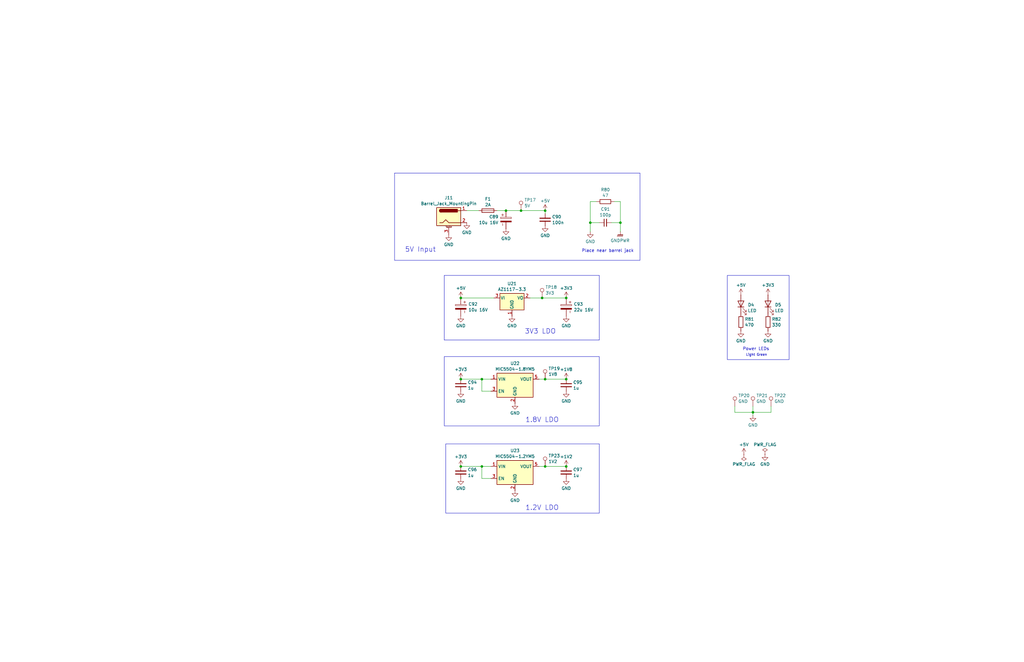
<source format=kicad_sch>
(kicad_sch (version 20231120) (generator "eeschema") (generator_version "8.0")
  (paper "B")
  (title_block (title "Camera Testing Board") (date "2024-10-19") (rev "1") (comment 1 "E. Eidt"))
  (lib_symbols
    (symbol "Connector:Barrel_Jack_MountingPin" (pin_names hide)
      (property "Reference" "J" (at 0 5.334 0))
      (property "Value" "Barrel_Jack_MountingPin" (at 1.27 -6.35 0))
      (symbol "Barrel_Jack_MountingPin_0_1"
        (rectangle (start -5.08 3.81) (end 5.08 -3.81) (stroke (width 0.254)) (fill (type background)))
        (arc (start -3.302 3.175) (mid -3.9343 2.54) (end -3.302 1.905) (stroke (width 0.254)))
        (arc (start -3.302 3.175) (mid -3.9343 2.54) (end -3.302 1.905) (stroke (width 0.254)) (fill (type outline)))
        (polyline (pts (xy 5.08 2.54) (xy 3.81 2.54)) (stroke (width 0.254)))
        (polyline (pts (xy -3.81 -2.54) (xy -2.54 -2.54) (xy -1.27 -1.27) (xy 0 -2.54) (xy 2.54 -2.54) (xy 5.08 -2.54)) (stroke (width 0.254)))
        (rectangle (start 3.683 3.175) (end -3.302 1.905) (stroke (width 0.254)) (fill (type outline)))
      )
      (symbol "Barrel_Jack_MountingPin_1_1"
        (polyline (pts (xy -1.016 -4.572) (xy 1.016 -4.572)) (stroke (width 0.1524)))
        (text "Mounting" (at 0 -4.191 0) (effects (font (size 0.381 0.381))))
        (pin passive line (at 7.62 2.54 180) (length 2.54) (name "~") (number "1"))
        (pin passive line (at 7.62 -2.54 180) (length 2.54) (name "~") (number "2"))
        (pin passive line (at 0 -7.62 90) (length 3.048) (name "MountPin") (number "3"))
      )
    )
    (symbol "Connector:TestPoint" (pin_numbers hide) (pin_names (offset 0.762) hide)
      (property "Reference" "TP" (at 0 6.858 0))
      (property "Value" "TestPoint" (at 0 5.08 0))
      (symbol "TestPoint_0_1"
        (circle (center 0 3.302) (radius 0.762))
      )
      (symbol "TestPoint_1_1"
        (pin passive line (at 0 0 90) (length 2.54) (name "1") (number "1"))
      )
    )
    (symbol "Device:C_Small" (pin_numbers hide) (pin_names (offset 0.254) hide)
      (property "Reference" "C" (at 0.254 1.778 0))
      (property "Value" "C_Small" (at 0.254 -2.032 0))
      (symbol "C_Small_0_1"
        (polyline (pts (xy -1.524 -0.508) (xy 1.524 -0.508)) (stroke (width 0.3302)))
        (polyline (pts (xy -1.524 0.508) (xy 1.524 0.508)) (stroke (width 0.3048)))
      )
      (symbol "C_Small_1_1"
        (pin passive line (at 0 2.54 270) (length 2.032) (name "~") (number "1"))
        (pin passive line (at 0 -2.54 90) (length 2.032) (name "~") (number "2"))
      )
    )
    (symbol "Device:Fuse" (pin_numbers hide) (pin_names (offset 0))
      (property "Reference" "F" (at 2.032 0 90))
      (property "Value" "Fuse" (at -1.905 0 90))
      (symbol "Fuse_0_1"
        (rectangle (start -0.762 -2.54) (end 0.762 2.54) (stroke (width 0.254)))
        (polyline (pts (xy 0 2.54) (xy 0 -2.54)))
      )
      (symbol "Fuse_1_1"
        (pin passive line (at 0 3.81 270) (length 1.27) (name "~") (number "1"))
        (pin passive line (at 0 -3.81 90) (length 1.27) (name "~") (number "2"))
      )
    )
    (symbol "Device:LED" (pin_numbers hide) (pin_names (offset 1.016) hide)
      (property "Reference" "D" (at 0 2.54 0))
      (property "Value" "LED" (at 0 -2.54 0))
      (symbol "LED_0_1"
        (polyline (pts (xy -1.27 -1.27) (xy -1.27 1.27)) (stroke (width 0.254)))
        (polyline (pts (xy -1.27 0) (xy 1.27 0)))
        (polyline (pts (xy 1.27 -1.27) (xy 1.27 1.27) (xy -1.27 0) (xy 1.27 -1.27)) (stroke (width 0.254)))
        (polyline (pts (xy -3.048 -0.762) (xy -4.572 -2.286) (xy -3.81 -2.286) (xy -4.572 -2.286) (xy -4.572 -1.524)))
        (polyline (pts (xy -1.778 -0.762) (xy -3.302 -2.286) (xy -2.54 -2.286) (xy -3.302 -2.286) (xy -3.302 -1.524)))
      )
      (symbol "LED_1_1"
        (pin passive line (at -3.81 0 0) (length 2.54) (name "K") (number "1"))
        (pin passive line (at 3.81 0 180) (length 2.54) (name "A") (number "2"))
      )
    )
    (symbol "PCM_SL_Capacitors:100nF_Ceramic"
      (property "Reference" "C" (at 0 6.35 0))
      (property "Value" "100nF_Ceramic" (at 0 3.81 0))
      (symbol "100nF_Ceramic_0_1"
        (rectangle (start -0.762 2.286) (end -0.508 -2.286) (fill (type outline)))
        (rectangle (start 0.508 2.286) (end 0.762 -2.286) (fill (type outline)))
      )
      (symbol "100nF_Ceramic_1_1"
        (pin passive line (at -2.54 0 0) (length 2) (name "~") (number "1"))
        (pin input line (at 2.54 0 180) (length 2) (name "~") (number "2"))
      )
    )
    (symbol "PCM_SL_Capacitors:10uF_16V"
      (property "Reference" "C" (at 0 7.62 0))
      (property "Value" "10uF_16V" (at 0 5.08 0))
      (symbol "10uF_16V_0_0"
        (text "+" (at -2.032 1.524 0) (effects (font (size 1.27 1.27))))
        (text "-" (at 2.032 1.524 0) (effects (font (size 1.27 1.27))))
      )
      (symbol "10uF_16V_0_1"
        (rectangle (start -1.016 -2.286) (end -0.508 2.286))
        (rectangle (start 0.508 -2.286) (end 1.016 2.286) (fill (type outline)))
      )
      (symbol "10uF_16V_1_1"
        (pin passive line (at -3.81 0 0) (length 2.7) (name "~") (number "1"))
        (pin input line (at 3.81 0 180) (length 2.7) (name "~") (number "2"))
      )
    )
    (symbol "PCM_SL_Capacitors:22uF_16V"
      (property "Reference" "C" (at 0 7.62 0))
      (property "Value" "22uF_16V" (at 0 5.08 0))
      (symbol "22uF_16V_0_0"
        (text "+" (at -2.032 1.524 0) (effects (font (size 1.27 1.27))))
        (text "-" (at 2.032 1.524 0) (effects (font (size 1.27 1.27))))
      )
      (symbol "22uF_16V_0_1"
        (rectangle (start -1.016 -2.286) (end -0.508 2.286))
        (rectangle (start 0.508 -2.286) (end 1.016 2.286) (fill (type outline)))
      )
      (symbol "22uF_16V_1_1"
        (pin passive line (at -3.81 0 0) (length 2.7) (name "~") (number "1"))
        (pin input line (at 3.81 0 180) (length 2.7) (name "~") (number "2"))
      )
    )
    (symbol "PCM_SL_Devices:Capacitor_NP"
      (property "Reference" "C" (at 0 6.35 0))
      (property "Value" "Capacitor_NP" (at 0 3.81 0))
      (symbol "Capacitor_NP_0_1"
        (rectangle (start -0.762 2.286) (end -0.508 -2.286) (fill (type outline)))
        (rectangle (start 0.508 2.286) (end 0.762 -2.286) (fill (type outline)))
      )
      (symbol "Capacitor_NP_1_1"
        (pin passive line (at -2.54 0 0) (length 2) (name "~") (number "1"))
        (pin input line (at 2.54 0 180) (length 2) (name "~") (number "2"))
      )
    )
    (symbol "PCM_SL_Resistors:330ohm"
      (property "Reference" "R" (at 0 5.08 0))
      (property "Value" "330ohm" (at 0 2.54 0))
      (symbol "330ohm_0_1"
        (rectangle (start -2.286 0.889) (end 2.286 -0.889) (stroke (width 0.24)))
      )
      (symbol "330ohm_1_1"
        (pin passive line (at -3.81 0 0) (length 1.5) (name "") (number "1"))
        (pin passive line (at 3.81 0 180) (length 1.5) (name "~") (number "2"))
      )
    )
    (symbol "PCM_SL_Resistors:470k"
      (property "Reference" "R" (at 0 5.08 0))
      (property "Value" "470k" (at 0 2.54 0))
      (symbol "470k_0_1"
        (rectangle (start -2.286 0.889) (end 2.286 -0.889) (stroke (width 0.24)))
      )
      (symbol "470k_1_1"
        (pin passive line (at -3.81 0 0) (length 1.5) (name "") (number "1"))
        (pin passive line (at 3.81 0 180) (length 1.5) (name "~") (number "2"))
      )
    )
    (symbol "PCM_SL_Resistors:470ohm"
      (property "Reference" "R" (at 0 5.08 0))
      (property "Value" "470ohm" (at 0 2.54 0))
      (symbol "470ohm_0_1"
        (rectangle (start -2.286 0.889) (end 2.286 -0.889) (stroke (width 0.24)))
      )
      (symbol "470ohm_1_1"
        (pin passive line (at -3.81 0 0) (length 1.5) (name "") (number "1"))
        (pin passive line (at 3.81 0 180) (length 1.5) (name "~") (number "2"))
      )
    )
    (symbol "Regulator_Linear:AZ1117-3.3" (pin_names (offset 0.254))
      (property "Reference" "U" (at -3.81 3.175 0))
      (property "Value" "AZ1117-3.3" (at 0 3.175 0))
      (symbol "AZ1117-3.3_0_1"
        (rectangle (start -5.08 1.905) (end 5.08 -5.08) (stroke (width 0.254)) (fill (type background)))
      )
      (symbol "AZ1117-3.3_1_1"
        (pin power_in line (at 0 -7.62 90) (length 2.54) (name "GND") (number "1"))
        (pin power_out line (at 7.62 0 180) (length 2.54) (name "VO") (number "2"))
        (pin power_in line (at -7.62 0 0) (length 2.54) (name "VI") (number "3"))
      )
    )
    (symbol "Regulator_Linear:MIC5504-1.2YM5"
      (property "Reference" "U" (at -7.62 8.89 0))
      (property "Value" "MIC5504-1.2YM5" (at -7.62 6.35 0))
      (symbol "MIC5504-1.2YM5_0_1"
        (rectangle (start -7.62 -5.08) (end 7.62 5.08) (stroke (width 0.254)) (fill (type background)))
      )
      (symbol "MIC5504-1.2YM5_1_1"
        (pin power_in line (at -10.16 2.54 0) (length 2.54) (name "VIN") (number "1"))
        (pin power_in line (at 0 -7.62 90) (length 2.54) (name "GND") (number "2"))
        (pin input line (at -10.16 -2.54 0) (length 2.54) (name "EN") (number "3"))
        (pin no_connect line (at 7.62 -2.54 180) (length 2.54) hide (name "NC") (number "4"))
        (pin power_out line (at 10.16 2.54 180) (length 2.54) (name "VOUT") (number "5"))
      )
    )
    (symbol "Regulator_Linear:MIC5504-1.8YM5"
      (property "Reference" "U" (at -7.62 8.89 0))
      (property "Value" "MIC5504-1.8YM5" (at -7.62 6.35 0))
      (symbol "MIC5504-1.8YM5_0_1"
        (rectangle (start -7.62 -5.08) (end 7.62 5.08) (stroke (width 0.254)) (fill (type background)))
      )
      (symbol "MIC5504-1.8YM5_1_1"
        (pin power_in line (at -10.16 2.54 0) (length 2.54) (name "VIN") (number "1"))
        (pin power_in line (at 0 -7.62 90) (length 2.54) (name "GND") (number "2"))
        (pin input line (at -10.16 -2.54 0) (length 2.54) (name "EN") (number "3"))
        (pin no_connect line (at 7.62 -2.54 180) (length 2.54) hide (name "NC") (number "4"))
        (pin power_out line (at 10.16 2.54 180) (length 2.54) (name "VOUT") (number "5"))
      )
    )
    (symbol "power:+1V2" (power) (pin_numbers hide) (pin_names (offset 0) hide)
      (property "Value" "+1V2" (at 0 3.556 0))
      (symbol "+1V2_0_1"
        (polyline (pts (xy -0.762 1.27) (xy 0 2.54)))
        (polyline (pts (xy 0 0) (xy 0 2.54)))
        (polyline (pts (xy 0 2.54) (xy 0.762 1.27)))
      )
      (symbol "+1V2_1_1"
        (pin power_in line (at 0 0 90) (length 0) (name "~") (number "1"))
      )
    )
    (symbol "power:+1V8" (power) (pin_numbers hide) (pin_names (offset 0) hide)
      (property "Value" "+1V8" (at 0 3.556 0))
      (symbol "+1V8_0_1"
        (polyline (pts (xy -0.762 1.27) (xy 0 2.54)))
        (polyline (pts (xy 0 0) (xy 0 2.54)))
        (polyline (pts (xy 0 2.54) (xy 0.762 1.27)))
      )
      (symbol "+1V8_1_1"
        (pin power_in line (at 0 0 90) (length 0) (name "~") (number "1"))
      )
    )
    (symbol "power:+3V3" (power) (pin_numbers hide) (pin_names (offset 0) hide)
      (property "Value" "+3V3" (at 0 3.556 0))
      (symbol "+3V3_0_1"
        (polyline (pts (xy -0.762 1.27) (xy 0 2.54)))
        (polyline (pts (xy 0 0) (xy 0 2.54)))
        (polyline (pts (xy 0 2.54) (xy 0.762 1.27)))
      )
      (symbol "+3V3_1_1"
        (pin power_in line (at 0 0 90) (length 0) (name "~") (number "1"))
      )
    )
    (symbol "power:+5V" (power) (pin_numbers hide) (pin_names (offset 0) hide)
      (property "Value" "+5V" (at 0 3.556 0))
      (symbol "+5V_0_1"
        (polyline (pts (xy -0.762 1.27) (xy 0 2.54)))
        (polyline (pts (xy 0 0) (xy 0 2.54)))
        (polyline (pts (xy 0 2.54) (xy 0.762 1.27)))
      )
      (symbol "+5V_1_1"
        (pin power_in line (at 0 0 90) (length 0) (name "~") (number "1"))
      )
    )
    (symbol "power:GND" (power) (pin_numbers hide) (pin_names (offset 0) hide)
      (property "Value" "GND" (at 0 -3.81 0))
      (symbol "GND_0_1"
        (polyline (pts (xy 0 0) (xy 0 -1.27) (xy 1.27 -1.27) (xy 0 -2.54) (xy -1.27 -1.27) (xy 0 -1.27)))
      )
      (symbol "GND_1_1"
        (pin power_in line (at 0 0 270) (length 0) (name "~") (number "1"))
      )
    )
    (symbol "power:GNDPWR" (power) (pin_numbers hide) (pin_names (offset 0) hide)
      (property "Value" "GNDPWR" (at 0 -3.302 0))
      (symbol "GNDPWR_0_1"
        (polyline (pts (xy 0 -1.27) (xy 0 0)))
        (polyline (pts (xy -1.016 -1.27) (xy -1.27 -2.032) (xy -1.27 -2.032)) (stroke (width 0.2032)))
        (polyline (pts (xy -0.508 -1.27) (xy -0.762 -2.032) (xy -0.762 -2.032)) (stroke (width 0.2032)))
        (polyline (pts (xy 0 -1.27) (xy -0.254 -2.032) (xy -0.254 -2.032)) (stroke (width 0.2032)))
        (polyline (pts (xy 0.508 -1.27) (xy 0.254 -2.032) (xy 0.254 -2.032)) (stroke (width 0.2032)))
        (polyline (pts (xy 1.016 -1.27) (xy -1.016 -1.27) (xy -1.016 -1.27)) (stroke (width 0.2032)))
        (polyline (pts (xy 1.016 -1.27) (xy 0.762 -2.032) (xy 0.762 -2.032) (xy 0.762 -2.032)) (stroke (width 0.2032)))
      )
      (symbol "GNDPWR_1_1"
        (pin power_in line (at 0 0 270) (length 0) (name "~") (number "1"))
      )
    )
    (symbol "power:PWR_FLAG" (power) (pin_numbers hide) (pin_names (offset 0) hide)
      (property "Value" "PWR_FLAG" (at 0 3.81 0))
      (symbol "PWR_FLAG_0_0"
        (pin power_out line (at 0 0 90) (length 0) (name "~") (number "1"))
      )
      (symbol "PWR_FLAG_0_1"
        (polyline (pts (xy 0 0) (xy 0 1.27) (xy -1.016 1.905) (xy 0 2.54) (xy 1.016 1.905) (xy 0 1.27)))
      )
    )
  )
  (junction (at 238.76 196.85))
  (junction (at 229.87 88.9))
  (junction (at 238.76 125.73))
  (junction (at 194.31 125.73))
  (junction (at 228.6 125.73))
  (junction (at 261.62 93.98))
  (junction (at 194.31 196.85))
  (junction (at 229.87 160.02))
  (junction (at 317.5 173.99))
  (junction (at 248.92 93.98))
  (junction (at 203.2 196.85))
  (junction (at 203.2 160.02))
  (junction (at 219.71 88.9))
  (junction (at 238.76 160.02))
  (junction (at 213.36 88.9))
  (junction (at 229.87 196.85))
  (junction (at 194.31 160.02))
  (wire (pts (xy 203.2 165.1) (xy 203.2 160.02)))
  (wire (pts (xy 227.33 196.85) (xy 229.87 196.85)))
  (wire (pts (xy 248.92 93.98) (xy 248.92 97.79)))
  (wire (pts (xy 317.5 173.99) (xy 325.12 173.99)))
  (wire (pts (xy 229.87 88.9) (xy 229.87 90.17)))
  (wire (pts (xy 223.52 125.73) (xy 228.6 125.73)))
  (wire (pts (xy 203.2 196.85) (xy 207.01 196.85)))
  (wire (pts (xy 194.31 125.73) (xy 208.28 125.73)))
  (wire (pts (xy 194.31 196.85) (xy 203.2 196.85)))
  (wire (pts (xy 203.2 160.02) (xy 207.01 160.02)))
  (wire (pts (xy 317.5 171.45) (xy 317.5 173.99)))
  (wire (pts (xy 196.85 88.9) (xy 201.93 88.9)))
  (wire (pts (xy 248.92 85.09) (xy 248.92 93.98)))
  (wire (pts (xy 317.5 175.26) (xy 317.5 173.99)))
  (wire (pts (xy 251.46 85.09) (xy 248.92 85.09)))
  (wire (pts (xy 219.71 88.9) (xy 229.87 88.9)))
  (wire (pts (xy 209.55 88.9) (xy 213.36 88.9)))
  (wire (pts (xy 207.01 201.93) (xy 203.2 201.93)))
  (wire (pts (xy 257.81 93.98) (xy 261.62 93.98)))
  (wire (pts (xy 228.6 125.73) (xy 238.76 125.73)))
  (wire (pts (xy 261.62 93.98) (xy 261.62 85.09)))
  (wire (pts (xy 248.92 93.98) (xy 252.73 93.98)))
  (wire (pts (xy 203.2 201.93) (xy 203.2 196.85)))
  (wire (pts (xy 309.88 171.45) (xy 309.88 173.99)))
  (wire (pts (xy 207.01 165.1) (xy 203.2 165.1)))
  (wire (pts (xy 325.12 173.99) (xy 325.12 171.45)))
  (wire (pts (xy 194.31 160.02) (xy 203.2 160.02)))
  (wire (pts (xy 229.87 160.02) (xy 238.76 160.02)))
  (wire (pts (xy 309.88 173.99) (xy 317.5 173.99)))
  (wire (pts (xy 261.62 85.09) (xy 259.08 85.09)))
  (wire (pts (xy 229.87 196.85) (xy 238.76 196.85)))
  (wire (pts (xy 213.36 88.9) (xy 219.71 88.9)))
  (wire (pts (xy 227.33 160.02) (xy 229.87 160.02)))
  (wire (pts (xy 261.62 97.79) (xy 261.62 93.98)))
  (rectangle (start 187.96 187.325) (end 252.73 216.535))
  (rectangle (start 187.325 116.205) (end 252.73 143.51))
  (rectangle (start 166.37 73.025) (end 269.875 109.855))
  (rectangle (start 306.705 116.205) (end 332.74 151.765))
  (rectangle (start 187.325 150.495) (end 252.73 179.705))
  (text "Place near barrel jack" (at 256.286 105.918 0) (effects (font (size 1.27 1.27))))
  (text "1.8V LDO" (at 228.6 177.292 0) (effects (font (size 2.032 2.032))))
  (text "1.2V LDO" (at 228.6 214.376 0) (effects (font (size 2.032 2.032))))
  (text "Power LEDs" (at 318.77 147.32 0) (effects (font (size 1.27 1.27))))
  (text "3V3 LDO" (at 227.838 139.954 0) (effects (font (size 2.032 2.032))))
  (text "Light Green" (at 319.024 149.86 0) (effects (font (size 1.016 1.016))))
  (text "5V Input" (at 177.292 105.41 0) (effects (font (size 2.032 2.032))))
  (symbol (lib_id "PCM_SL_Devices:Capacitor_NP") (at 238.76 199.39 90) (unit 1)
    (property "Reference" "C97" (at 241.681 198.1778 90) (effects (justify right)))
    (property "Value" "1u" (at 241.681 200.6021 90) (effects (justify right)))
    (property "Footprint" "Capacitor_SMD:C_0603_1608Metric" (effects (hide yes)))
    (property "Description" "Unpolarized Capacitor" (effects (hide yes)))
  )
  (symbol (lib_id "Device:LED") (at 312.42 128.27 90) (unit 1)
    (property "Reference" "D4" (at 315.341 128.6453 90) (effects (justify right)))
    (property "Value" "LED" (at 315.341 131.0696 90) (effects (justify right)))
    (property "Footprint" "LED_SMD:LED_0603_1608Metric" (effects (hide yes)))
    (property "Description" "Light emitting diode" (effects (hide yes)))
  )
  (symbol (lib_id "power:+5V") (at 194.31 125.73 0) (unit 1)
    (property "Reference" "#PWR0196" (effects (hide yes)))
    (property "Value" "+5V" (at 194.31 121.5969 0))
    (property "Description" "Power symbol creates a global label with name \"+5V\"" (effects (hide yes)))
  )
  (symbol (lib_id "power:GND") (at 238.76 201.93 0) (unit 1)
    (property "Reference" "#PWR0214" (effects (hide yes)))
    (property "Value" "GND" (at 238.76 206.0631 0))
    (property "Description" "Power symbol creates a global label with name \"GND\" , ground" (effects (hide yes)))
  )
  (symbol (lib_id "Regulator_Linear:MIC5504-1.2YM5") (at 217.17 199.39 0) (unit 1)
    (property "Reference" "U23" (at 217.17 190.1655 0))
    (property "Value" "MIC5504-1.2YM5" (at 217.17 192.5898 0))
    (property "Footprint" "Package_TO_SOT_SMD:SOT-23-5" (effects (hide yes)))
    (property "Datasheet" "http://ww1.microchip.com/downloads/en/DeviceDoc/MIC550X.pdf" (effects (hide yes)))
    (property "Description" "300mA Low-dropout Voltage Regulator, Vout 1.2V, Vin up to 5.5V, SOT-23" (effects (hide yes)))
  )
  (symbol (lib_id "power:+1V8") (at 238.76 160.02 0) (unit 1)
    (property "Reference" "#PWR0204" (effects (hide yes)))
    (property "Value" "+1V8" (at 238.76 155.8869 0))
    (property "Description" "Power symbol creates a global label with name \"+1V8\"" (effects (hide yes)))
  )
  (symbol (lib_id "PCM_SL_Resistors:330ohm") (at 323.85 135.89 90) (unit 1)
    (property "Reference" "R82" (at 325.494 134.6778 90) (effects (justify right)))
    (property "Value" "330" (at 325.494 137.1021 90) (effects (justify right)))
    (property "Footprint" "Resistor_SMD:R_0603_1608Metric" (effects (hide yes)))
    (property "Description" "330Ω, 1/4W Resistor" (effects (hide yes)))
  )
  (symbol (lib_id "power:GND") (at 217.17 170.18 0) (unit 1)
    (property "Reference" "#PWR0207" (effects (hide yes)))
    (property "Value" "GND" (at 217.17 174.3131 0))
    (property "Description" "Power symbol creates a global label with name \"GND\" , ground" (effects (hide yes)))
  )
  (symbol (lib_id "PCM_SL_Devices:Capacitor_NP") (at 194.31 162.56 90) (unit 1)
    (property "Reference" "C94" (at 197.231 161.3478 90) (effects (justify right)))
    (property "Value" "1u" (at 197.231 163.7721 90) (effects (justify right)))
    (property "Footprint" "Capacitor_SMD:C_0603_1608Metric" (effects (hide yes)))
    (property "Description" "Unpolarized Capacitor" (effects (hide yes)))
  )
  (symbol (lib_id "power:PWR_FLAG") (at 322.58 191.77 0) (unit 1)
    (property "Reference" "#FLG07" (effects (hide yes)))
    (property "Value" "PWR_FLAG" (at 322.58 187.6369 0))
    (property "Description" "Special symbol for telling ERC where power comes from" (effects (hide yes)))
  )
  (symbol (lib_id "Connector:TestPoint") (at 229.87 160.02 0) (unit 1)
    (property "Reference" "TP19" (at 231.267 155.5058 0) (effects (justify left)))
    (property "Value" "1V8" (at 231.267 157.9301 0) (effects (justify left)))
    (property "Footprint" "TestPoint:TestPoint_Keystone_5000-5004_Miniature" (effects (hide yes)))
    (property "Description" "test point" (effects (hide yes)))
  )
  (symbol (lib_id "Connector:Barrel_Jack_MountingPin") (at 189.23 91.44 0) (unit 1)
    (property "Reference" "J11" (at 189.23 83.4855 0))
    (property "Value" "Barrel_Jack_MountingPin" (at 189.23 85.9098 0))
    (property "Footprint" "Connector_BarrelJack:BarrelJack_CUI_PJ-036AH-SMT_Horizontal" (effects (hide yes)))
    (property "Description" "DC Barrel Jack with a mounting pin" (effects (hide yes)))
  )
  (symbol (lib_id "power:GND") (at 196.85 93.98 0) (unit 1)
    (property "Reference" "#PWR0188" (effects (hide yes)))
    (property "Value" "GND" (at 196.85 98.1131 0))
    (property "Description" "Power symbol creates a global label with name \"GND\" , ground" (effects (hide yes)))
  )
  (symbol (lib_id "power:GND") (at 217.17 207.01 0) (unit 1)
    (property "Reference" "#PWR0215" (effects (hide yes)))
    (property "Value" "GND" (at 217.17 211.1431 0))
    (property "Description" "Power symbol creates a global label with name \"GND\" , ground" (effects (hide yes)))
  )
  (symbol (lib_id "power:+5V") (at 313.69 191.77 0) (unit 1)
    (property "Reference" "#PWR0209" (effects (hide yes)))
    (property "Value" "+5V" (at 313.69 187.6369 0))
    (property "Description" "Power symbol creates a global label with name \"+5V\"" (effects (hide yes)))
  )
  (symbol (lib_id "Device:LED") (at 323.85 128.27 90) (unit 1)
    (property "Reference" "D5" (at 326.771 128.6453 90) (effects (justify right)))
    (property "Value" "LED" (at 326.771 131.0696 90) (effects (justify right)))
    (property "Footprint" "LED_SMD:LED_0603_1608Metric" (effects (hide yes)))
    (property "Description" "Light emitting diode" (effects (hide yes)))
  )
  (symbol (lib_id "Device:C_Small") (at 255.27 93.98 90) (unit 1)
    (property "Reference" "C91" (at 255.2763 88.2734 90))
    (property "Value" "100p" (at 255.2763 90.6977 90))
    (property "Footprint" "Capacitor_SMD:C_0402_1005Metric" (effects (hide yes)))
    (property "Description" "Unpolarized capacitor, small symbol" (effects (hide yes)))
  )
  (symbol (lib_id "PCM_SL_Resistors:470ohm") (at 312.42 135.89 90) (unit 1)
    (property "Reference" "R81" (at 314.064 134.6778 90) (effects (justify right)))
    (property "Value" "470" (at 314.064 137.1021 90) (effects (justify right)))
    (property "Footprint" "Resistor_SMD:R_0603_1608Metric" (effects (hide yes)))
    (property "Description" "470Ω, 1/4W Resistor" (effects (hide yes)))
  )
  (symbol (lib_id "power:+5V") (at 312.42 124.46 0) (unit 1)
    (property "Reference" "#PWR0194" (effects (hide yes)))
    (property "Value" "+5V" (at 312.42 120.3269 0))
    (property "Description" "Power symbol creates a global label with name \"+5V\"" (effects (hide yes)))
  )
  (symbol (lib_id "PCM_SL_Devices:Capacitor_NP") (at 194.31 199.39 90) (unit 1)
    (property "Reference" "C96" (at 197.231 198.1778 90) (effects (justify right)))
    (property "Value" "1u" (at 197.231 200.6021 90) (effects (justify right)))
    (property "Footprint" "Capacitor_SMD:C_0603_1608Metric" (effects (hide yes)))
    (property "Description" "Unpolarized Capacitor" (effects (hide yes)))
  )
  (symbol (lib_id "Regulator_Linear:MIC5504-1.8YM5") (at 217.17 162.56 0) (unit 1)
    (property "Reference" "U22" (at 217.17 153.3355 0))
    (property "Value" "MIC5504-1.8YM5" (at 217.17 155.7598 0))
    (property "Footprint" "Package_TO_SOT_SMD:SOT-23-5" (effects (hide yes)))
    (property "Datasheet" "http://ww1.microchip.com/downloads/en/DeviceDoc/MIC550X.pdf" (effects (hide yes)))
    (property "Description" "300mA Low-dropout Voltage Regulator, Vout 1.8V, Vin up to 5.5V, SOT-23" (effects (hide yes)))
  )
  (symbol (lib_id "Connector:TestPoint") (at 317.5 171.45 0) (unit 1)
    (property "Reference" "TP21" (at 318.897 166.9358 0) (effects (justify left)))
    (property "Value" "GND" (at 318.897 169.3601 0) (effects (justify left)))
    (property "Footprint" "TestPoint:TestPoint_Keystone_5010-5014_Multipurpose" (effects (hide yes)))
    (property "Description" "test point" (effects (hide yes)))
  )
  (symbol (lib_id "PCM_SL_Resistors:470k") (at 255.27 85.09 0) (unit 1)
    (property "Reference" "R80" (at 255.27 80.0635 0))
    (property "Value" "47" (at 255.27 82.4878 0))
    (property "Footprint" "Resistor_SMD:R_0603_1608Metric" (effects (hide yes)))
    (property "Description" "470kΩ, 1/4W Resistor" (effects (hide yes)))
  )
  (symbol (lib_id "PCM_SL_Capacitors:22uF_16V") (at 238.76 129.54 270) (unit 1)
    (property "Reference" "C93" (at 241.9406 128.3278 90) (effects (justify left)))
    (property "Value" "22u 16V" (at 241.9406 130.7521 90) (effects (justify left)))
    (property "Footprint" "Capacitor_Tantalum_SMD:CP_EIA-3528-21_Kemet-B" (effects (hide yes)))
    (property "Description" "22uF, 16V Electrolytic Capacitor" (effects (hide yes)))
  )
  (symbol (lib_id "power:GND") (at 189.23 99.06 0) (unit 1)
    (property "Reference" "#PWR0193" (effects (hide yes)))
    (property "Value" "GND" (at 189.23 103.1931 0))
    (property "Description" "Power symbol creates a global label with name \"GND\" , ground" (effects (hide yes)))
  )
  (symbol (lib_id "power:GND") (at 213.36 96.52 0) (unit 1)
    (property "Reference" "#PWR0190" (effects (hide yes)))
    (property "Value" "GND" (at 213.36 100.6531 0))
    (property "Description" "Power symbol creates a global label with name \"GND\" , ground" (effects (hide yes)))
  )
  (symbol (lib_id "Regulator_Linear:AZ1117-3.3") (at 215.9 125.73 0) (unit 1)
    (property "Reference" "U21" (at 215.9 119.6805 0))
    (property "Value" "AZ1117-3.3" (at 215.9 122.1048 0))
    (property "Footprint" "Package_TO_SOT_SMD:SOT-223-3_TabPin2" (effects (hide yes)))
    (property "Datasheet" "https://www.diodes.com/assets/Datasheets/AZ1117.pdf" (effects (hide yes)))
    (property "Description" "1A 20V Fixed LDO Linear Regulator, 3.3V, SOT-89/SOT-223/TO-220/TO-252/TO-263" (effects (hide yes)))
  )
  (symbol (lib_id "power:+3V3") (at 238.76 125.73 0) (unit 1)
    (property "Reference" "#PWR0197" (effects (hide yes)))
    (property "Value" "+3V3" (at 238.76 121.5969 0))
    (property "Description" "Power symbol creates a global label with name \"+3V3\"" (effects (hide yes)))
  )
  (symbol (lib_id "power:GNDPWR") (at 261.62 97.79 0) (unit 1)
    (property "Reference" "#PWR0192" (effects (hide yes)))
    (property "Value" "GNDPWR" (at 261.493 101.5167 0))
    (property "Description" "Power symbol creates a global label with name \"GNDPWR\" , global ground" (effects (hide yes)))
  )
  (symbol (lib_id "power:GND") (at 323.85 139.7 0) (unit 1)
    (property "Reference" "#PWR0202" (effects (hide yes)))
    (property "Value" "GND" (at 323.85 143.8331 0))
    (property "Description" "Power symbol creates a global label with name \"GND\" , ground" (effects (hide yes)))
  )
  (symbol (lib_id "PCM_SL_Capacitors:100nF_Ceramic") (at 229.87 92.71 90) (unit 1)
    (property "Reference" "C90" (at 232.791 91.4978 90) (effects (justify right)))
    (property "Value" "100n" (at 232.791 93.9221 90) (effects (justify right)))
    (property "Footprint" "Capacitor_SMD:C_0603_1608Metric" (effects (hide yes)))
    (property "Description" "100nF Ceramic Capacitor" (effects (hide yes)))
  )
  (symbol (lib_id "power:GND") (at 215.9 133.35 0) (unit 1)
    (property "Reference" "#PWR0199" (effects (hide yes)))
    (property "Value" "GND" (at 215.9 137.4831 0))
    (property "Description" "Power symbol creates a global label with name \"GND\" , ground" (effects (hide yes)))
  )
  (symbol (lib_id "Connector:TestPoint") (at 229.87 196.85 0) (unit 1)
    (property "Reference" "TP23" (at 231.267 192.3358 0) (effects (justify left)))
    (property "Value" "1V2" (at 231.267 194.7601 0) (effects (justify left)))
    (property "Footprint" "TestPoint:TestPoint_Keystone_5000-5004_Miniature" (effects (hide yes)))
    (property "Description" "test point" (effects (hide yes)))
  )
  (symbol (lib_id "power:+3V3") (at 194.31 160.02 0) (unit 1)
    (property "Reference" "#PWR0203" (effects (hide yes)))
    (property "Value" "+3V3" (at 194.31 155.8869 0))
    (property "Description" "Power symbol creates a global label with name \"+3V3\"" (effects (hide yes)))
  )
  (symbol (lib_id "power:+5V") (at 229.87 88.9 0) (unit 1)
    (property "Reference" "#PWR0187" (effects (hide yes)))
    (property "Value" "+5V" (at 229.87 84.7669 0))
    (property "Description" "Power symbol creates a global label with name \"+5V\"" (effects (hide yes)))
  )
  (symbol (lib_id "PCM_SL_Devices:Capacitor_NP") (at 238.76 162.56 90) (unit 1)
    (property "Reference" "C95" (at 241.681 161.3478 90) (effects (justify right)))
    (property "Value" "1u" (at 241.681 163.7721 90) (effects (justify right)))
    (property "Footprint" "Capacitor_SMD:C_0603_1608Metric" (effects (hide yes)))
    (property "Description" "Unpolarized Capacitor" (effects (hide yes)))
  )
  (symbol (lib_id "Connector:TestPoint") (at 309.88 171.45 0) (unit 1)
    (property "Reference" "TP20" (at 311.277 166.9358 0) (effects (justify left)))
    (property "Value" "GND" (at 311.277 169.3601 0) (effects (justify left)))
    (property "Footprint" "TestPoint:TestPoint_Keystone_5010-5014_Multipurpose" (effects (hide yes)))
    (property "Description" "test point" (effects (hide yes)))
  )
  (symbol (lib_id "power:GND") (at 238.76 133.35 0) (unit 1)
    (property "Reference" "#PWR0200" (effects (hide yes)))
    (property "Value" "GND" (at 238.76 137.4831 0))
    (property "Description" "Power symbol creates a global label with name \"GND\" , ground" (effects (hide yes)))
  )
  (symbol (lib_id "power:GND") (at 322.58 191.77 0) (unit 1)
    (property "Reference" "#PWR0210" (effects (hide yes)))
    (property "Value" "GND" (at 322.58 195.9031 0))
    (property "Description" "Power symbol creates a global label with name \"GND\" , ground" (effects (hide yes)))
  )
  (symbol (lib_id "power:GND") (at 248.92 97.79 0) (unit 1)
    (property "Reference" "#PWR0191" (effects (hide yes)))
    (property "Value" "GND" (at 248.92 101.9231 0))
    (property "Description" "Power symbol creates a global label with name \"GND\" , ground" (effects (hide yes)))
  )
  (symbol (lib_id "power:GND") (at 229.87 95.25 0) (unit 1)
    (property "Reference" "#PWR0189" (effects (hide yes)))
    (property "Value" "GND" (at 229.87 99.3831 0))
    (property "Description" "Power symbol creates a global label with name \"GND\" , ground" (effects (hide yes)))
  )
  (symbol (lib_id "power:GND") (at 312.42 139.7 0) (unit 1)
    (property "Reference" "#PWR0201" (effects (hide yes)))
    (property "Value" "GND" (at 312.42 143.8331 0))
    (property "Description" "Power symbol creates a global label with name \"GND\" , ground" (effects (hide yes)))
  )
  (symbol (lib_id "Connector:TestPoint") (at 219.71 88.9 0) (unit 1)
    (property "Reference" "TP17" (at 221.107 84.3858 0) (effects (justify left)))
    (property "Value" "5V" (at 221.107 86.8101 0) (effects (justify left)))
    (property "Footprint" "TestPoint:TestPoint_Keystone_5000-5004_Miniature" (effects (hide yes)))
    (property "Description" "test point" (effects (hide yes)))
  )
  (symbol (lib_id "Connector:TestPoint") (at 325.12 171.45 0) (unit 1)
    (property "Reference" "TP22" (at 326.517 166.9358 0) (effects (justify left)))
    (property "Value" "GND" (at 326.517 169.3601 0) (effects (justify left)))
    (property "Footprint" "TestPoint:TestPoint_Keystone_5010-5014_Multipurpose" (effects (hide yes)))
    (property "Description" "test point" (effects (hide yes)))
  )
  (symbol (lib_id "power:PWR_FLAG") (at 313.69 191.77 0) (mirror x) (unit 1)
    (property "Reference" "#FLG06" (effects (hide yes)))
    (property "Value" "PWR_FLAG" (at 313.69 195.9031 0))
    (property "Description" "Special symbol for telling ERC where power comes from" (effects (hide yes)))
  )
  (symbol (lib_id "power:GND") (at 317.5 175.26 0) (unit 1)
    (property "Reference" "#PWR0208" (effects (hide yes)))
    (property "Value" "GND" (at 317.5 179.3931 0))
    (property "Description" "Power symbol creates a global label with name \"GND\" , ground" (effects (hide yes)))
  )
  (symbol (lib_id "power:GND") (at 194.31 165.1 0) (unit 1)
    (property "Reference" "#PWR0205" (effects (hide yes)))
    (property "Value" "GND" (at 194.31 169.2331 0))
    (property "Description" "Power symbol creates a global label with name \"GND\" , ground" (effects (hide yes)))
  )
  (symbol (lib_id "power:GND") (at 238.76 165.1 0) (unit 1)
    (property "Reference" "#PWR0206" (effects (hide yes)))
    (property "Value" "GND" (at 238.76 169.2331 0))
    (property "Description" "Power symbol creates a global label with name \"GND\" , ground" (effects (hide yes)))
  )
  (symbol (lib_id "power:+3V3") (at 194.31 196.85 0) (unit 1)
    (property "Reference" "#PWR0211" (effects (hide yes)))
    (property "Value" "+3V3" (at 194.31 192.7169 0))
    (property "Description" "Power symbol creates a global label with name \"+3V3\"" (effects (hide yes)))
  )
  (symbol (lib_id "Device:Fuse") (at 205.74 88.9 90) (unit 1)
    (property "Reference" "F1" (at 205.74 83.9935 90))
    (property "Value" "2A" (at 205.74 86.4178 90))
    (property "Footprint" "Fuse:Fuse_0603_1608Metric_Pad1.05x0.95mm_HandSolder" (effects (hide yes)))
    (property "Description" "Fuse" (effects (hide yes)))
  )
  (symbol (lib_id "PCM_SL_Capacitors:10uF_16V") (at 194.31 129.54 270) (unit 1)
    (property "Reference" "C92" (at 197.4906 128.3278 90) (effects (justify left)))
    (property "Value" "10u 16V" (at 197.4906 130.7521 90) (effects (justify left)))
    (property "Footprint" "Capacitor_Tantalum_SMD:CP_EIA-3216-18_Kemet-A" (effects (hide yes)))
    (property "Description" "10uF, 16V Electrolytic Capacitor" (effects (hide yes)))
  )
  (symbol (lib_id "power:+1V2") (at 238.76 196.85 0) (unit 1)
    (property "Reference" "#PWR0212" (effects (hide yes)))
    (property "Value" "+1V2" (at 238.76 192.7169 0))
    (property "Description" "Power symbol creates a global label with name \"+1V2\"" (effects (hide yes)))
  )
  (symbol (lib_id "PCM_SL_Capacitors:10uF_16V") (at 213.36 92.71 90) (mirror x) (unit 1)
    (property "Reference" "C89" (at 210.1794 91.4978 90) (effects (justify left)))
    (property "Value" "10u 16V" (at 210.1794 93.9221 90) (effects (justify left)))
    (property "Footprint" "Capacitor_Tantalum_SMD:CP_EIA-3216-18_Kemet-A" (effects (hide yes)))
    (property "Description" "10uF, 16V Electrolytic Capacitor" (effects (hide yes)))
  )
  (symbol (lib_id "power:GND") (at 194.31 201.93 0) (unit 1)
    (property "Reference" "#PWR0213" (effects (hide yes)))
    (property "Value" "GND" (at 194.31 206.0631 0))
    (property "Description" "Power symbol creates a global label with name \"GND\" , ground" (effects (hide yes)))
  )
  (symbol (lib_id "power:+3V3") (at 323.85 124.46 0) (unit 1)
    (property "Reference" "#PWR0195" (effects (hide yes)))
    (property "Value" "+3V3" (at 323.85 120.3269 0))
    (property "Description" "Power symbol creates a global label with name \"+3V3\"" (effects (hide yes)))
  )
  (symbol (lib_id "Connector:TestPoint") (at 228.6 125.73 0) (unit 1)
    (property "Reference" "TP18" (at 229.997 121.2158 0) (effects (justify left)))
    (property "Value" "3V3" (at 229.997 123.6401 0) (effects (justify left)))
    (property "Footprint" "TestPoint:TestPoint_Keystone_5000-5004_Miniature" (effects (hide yes)))
    (property "Description" "test point" (effects (hide yes)))
  )
  (symbol (lib_id "power:GND") (at 194.31 133.35 0) (unit 1)
    (property "Reference" "#PWR0198" (effects (hide yes)))
    (property "Value" "GND" (at 194.31 137.4831 0))
    (property "Description" "Power symbol creates a global label with name \"GND\" , ground" (effects (hide yes)))
  )
)
</source>
